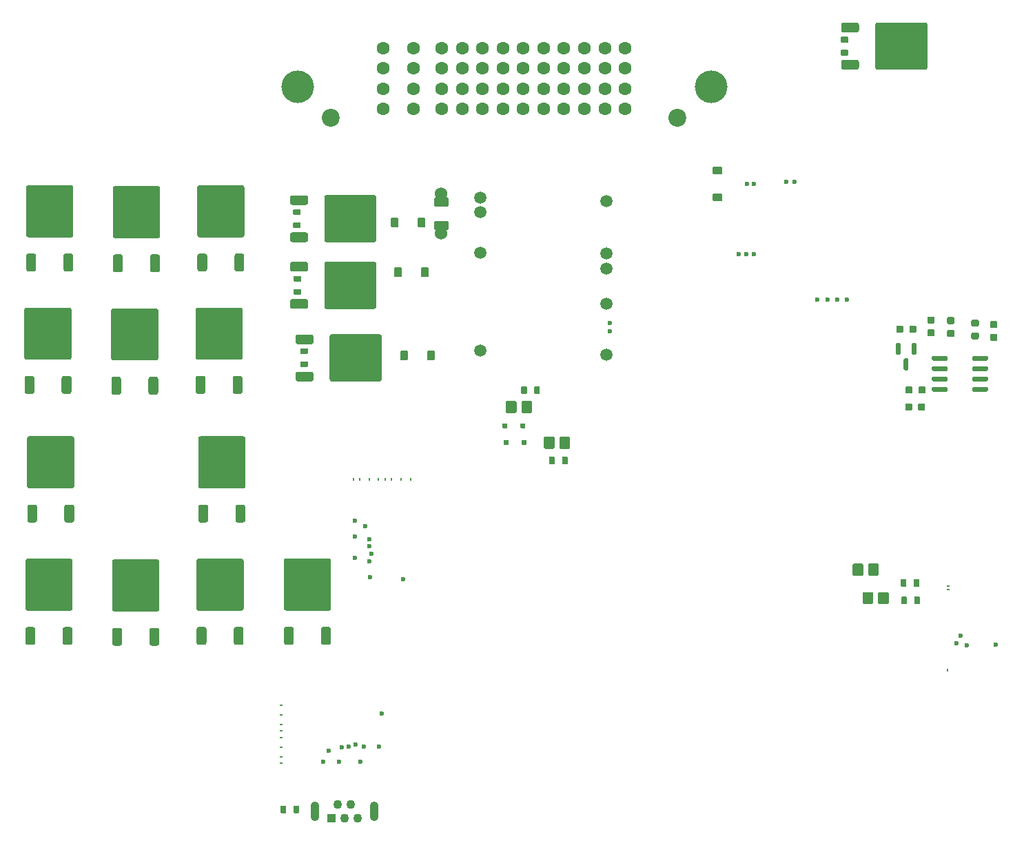
<source format=gts>
G04 #@! TF.GenerationSoftware,KiCad,Pcbnew,8.0.9-8.0.9-0~ubuntu24.04.1*
G04 #@! TF.CreationDate,2026-02-09T21:46:22+00:00*
G04 #@! TF.ProjectId,greenecu48,67726565-6e65-4637-9534-382e6b696361,rev?*
G04 #@! TF.SameCoordinates,Original*
G04 #@! TF.FileFunction,Soldermask,Top*
G04 #@! TF.FilePolarity,Negative*
%FSLAX46Y46*%
G04 Gerber Fmt 4.6, Leading zero omitted, Abs format (unit mm)*
G04 Created by KiCad (PCBNEW 8.0.9-8.0.9-0~ubuntu24.04.1) date 2026-02-09 21:46:22*
%MOMM*%
%LPD*%
G01*
G04 APERTURE LIST*
%ADD10O,0.399999X0.200000*%
%ADD11C,0.600000*%
%ADD12R,1.100000X1.100000*%
%ADD13C,1.100000*%
%ADD14O,1.100000X2.400000*%
%ADD15C,4.000000*%
%ADD16C,2.200000*%
%ADD17C,1.600000*%
%ADD18O,0.200000X0.399999*%
%ADD19C,0.599999*%
%ADD20C,1.500000*%
%ADD21C,1.524000*%
%ADD22O,0.250000X0.499999*%
%ADD23O,0.499999X0.250000*%
G04 APERTURE END LIST*
G04 #@! TO.C,Q906*
G36*
G01*
X6008279Y60923000D02*
X5308279Y60923000D01*
G75*
G02*
X5058279Y61173000I0J250000D01*
G01*
X5058279Y62873000D01*
G75*
G02*
X5308279Y63123000I250000J0D01*
G01*
X6008279Y63123000D01*
G75*
G02*
X6258279Y62873000I0J-250000D01*
G01*
X6258279Y61173000D01*
G75*
G02*
X6008279Y60923000I-250000J0D01*
G01*
G37*
G36*
G01*
X10588282Y65123000D02*
X5288276Y65123000D01*
G75*
G02*
X5038279Y65372997I0J249997D01*
G01*
X5038279Y71273003D01*
G75*
G02*
X5288276Y71523000I249997J0D01*
G01*
X10588282Y71523000D01*
G75*
G02*
X10838279Y71273003I0J-249997D01*
G01*
X10838279Y65372997D01*
G75*
G02*
X10588282Y65123000I-249997J0D01*
G01*
G37*
G36*
G01*
X10568279Y60923000D02*
X9868279Y60923000D01*
G75*
G02*
X9618279Y61173000I0J250000D01*
G01*
X9618279Y62873000D01*
G75*
G02*
X9868279Y63123000I250000J0D01*
G01*
X10568279Y63123000D01*
G75*
G02*
X10818279Y62873000I0J-250000D01*
G01*
X10818279Y61173000D01*
G75*
G02*
X10568279Y60923000I-250000J0D01*
G01*
G37*
G04 #@! TD*
G04 #@! TO.C,Q903*
G36*
G01*
X16880000Y75870000D02*
X16180000Y75870000D01*
G75*
G02*
X15930000Y76120000I0J250000D01*
G01*
X15930000Y77820000D01*
G75*
G02*
X16180000Y78070000I250000J0D01*
G01*
X16880000Y78070000D01*
G75*
G02*
X17130000Y77820000I0J-250000D01*
G01*
X17130000Y76120000D01*
G75*
G02*
X16880000Y75870000I-250000J0D01*
G01*
G37*
G36*
G01*
X21460003Y80070000D02*
X16159997Y80070000D01*
G75*
G02*
X15910000Y80319997I0J249997D01*
G01*
X15910000Y86220003D01*
G75*
G02*
X16159997Y86470000I249997J0D01*
G01*
X21460003Y86470000D01*
G75*
G02*
X21710000Y86220003I0J-249997D01*
G01*
X21710000Y80319997D01*
G75*
G02*
X21460003Y80070000I-249997J0D01*
G01*
G37*
G36*
G01*
X21440000Y75870000D02*
X20740000Y75870000D01*
G75*
G02*
X20490000Y76120000I0J250000D01*
G01*
X20490000Y77820000D01*
G75*
G02*
X20740000Y78070000I250000J0D01*
G01*
X21440000Y78070000D01*
G75*
G02*
X21690000Y77820000I0J-250000D01*
G01*
X21690000Y76120000D01*
G75*
G02*
X21440000Y75870000I-250000J0D01*
G01*
G37*
G04 #@! TD*
G04 #@! TO.C,Q901*
G36*
G01*
X6130000Y30060000D02*
X5430000Y30060000D01*
G75*
G02*
X5180000Y30310000I0J250000D01*
G01*
X5180000Y32010000D01*
G75*
G02*
X5430000Y32260000I250000J0D01*
G01*
X6130000Y32260000D01*
G75*
G02*
X6380000Y32010000I0J-250000D01*
G01*
X6380000Y30310000D01*
G75*
G02*
X6130000Y30060000I-250000J0D01*
G01*
G37*
G36*
G01*
X10710003Y34260000D02*
X5409997Y34260000D01*
G75*
G02*
X5160000Y34509997I0J249997D01*
G01*
X5160000Y40410003D01*
G75*
G02*
X5409997Y40660000I249997J0D01*
G01*
X10710003Y40660000D01*
G75*
G02*
X10960000Y40410003I0J-249997D01*
G01*
X10960000Y34509997D01*
G75*
G02*
X10710003Y34260000I-249997J0D01*
G01*
G37*
G36*
G01*
X10690000Y30060000D02*
X9990000Y30060000D01*
G75*
G02*
X9740000Y30310000I0J250000D01*
G01*
X9740000Y32010000D01*
G75*
G02*
X9990000Y32260000I250000J0D01*
G01*
X10690000Y32260000D01*
G75*
G02*
X10940000Y32010000I0J-250000D01*
G01*
X10940000Y30310000D01*
G75*
G02*
X10690000Y30060000I-250000J0D01*
G01*
G37*
G04 #@! TD*
G04 #@! TO.C,Q902*
G36*
G01*
X6220000Y75970000D02*
X5520000Y75970000D01*
G75*
G02*
X5270000Y76220000I0J250000D01*
G01*
X5270000Y77920000D01*
G75*
G02*
X5520000Y78170000I250000J0D01*
G01*
X6220000Y78170000D01*
G75*
G02*
X6470000Y77920000I0J-250000D01*
G01*
X6470000Y76220000D01*
G75*
G02*
X6220000Y75970000I-250000J0D01*
G01*
G37*
G36*
G01*
X10800003Y80170000D02*
X5499997Y80170000D01*
G75*
G02*
X5250000Y80419997I0J249997D01*
G01*
X5250000Y86320003D01*
G75*
G02*
X5499997Y86570000I249997J0D01*
G01*
X10800003Y86570000D01*
G75*
G02*
X11050000Y86320003I0J-249997D01*
G01*
X11050000Y80419997D01*
G75*
G02*
X10800003Y80170000I-249997J0D01*
G01*
G37*
G36*
G01*
X10780000Y75970000D02*
X10080000Y75970000D01*
G75*
G02*
X9830000Y76220000I0J250000D01*
G01*
X9830000Y77920000D01*
G75*
G02*
X10080000Y78170000I250000J0D01*
G01*
X10780000Y78170000D01*
G75*
G02*
X11030000Y77920000I0J-250000D01*
G01*
X11030000Y76220000D01*
G75*
G02*
X10780000Y75970000I-250000J0D01*
G01*
G37*
G04 #@! TD*
G04 #@! TO.C,R13*
G36*
G01*
X68373000Y61765548D02*
X68373000Y60985548D01*
G75*
G02*
X68303000Y60915548I-70000J0D01*
G01*
X67743000Y60915548D01*
G75*
G02*
X67673000Y60985548I0J70000D01*
G01*
X67673000Y61765548D01*
G75*
G02*
X67743000Y61835548I70000J0D01*
G01*
X68303000Y61835548D01*
G75*
G02*
X68373000Y61765548I0J-70000D01*
G01*
G37*
G36*
G01*
X66773000Y61765548D02*
X66773000Y60985548D01*
G75*
G02*
X66703000Y60915548I-70000J0D01*
G01*
X66143000Y60915548D01*
G75*
G02*
X66073000Y60985548I0J70000D01*
G01*
X66073000Y61765548D01*
G75*
G02*
X66143000Y61835548I70000J0D01*
G01*
X66703000Y61835548D01*
G75*
G02*
X66773000Y61765548I0J-70000D01*
G01*
G37*
G04 #@! TD*
G04 #@! TO.C,D11*
G36*
G01*
X65510074Y59928547D02*
X65510074Y58688547D01*
G75*
G02*
X65380074Y58558547I-130000J0D01*
G01*
X64340074Y58558547D01*
G75*
G02*
X64210074Y58688547I0J130000D01*
G01*
X64210074Y59928547D01*
G75*
G02*
X64340074Y60058547I130000J0D01*
G01*
X65380074Y60058547D01*
G75*
G02*
X65510074Y59928547I0J-130000D01*
G01*
G37*
G36*
G01*
X67410095Y59928547D02*
X67410095Y58688547D01*
G75*
G02*
X67280095Y58558547I-130000J0D01*
G01*
X66240095Y58558547D01*
G75*
G02*
X66110095Y58688547I0J130000D01*
G01*
X66110095Y59928547D01*
G75*
G02*
X66240095Y60058547I130000J0D01*
G01*
X67280095Y60058547D01*
G75*
G02*
X67410095Y59928547I0J-130000D01*
G01*
G37*
G04 #@! TD*
G04 #@! TO.C,R14*
G36*
G01*
X69496000Y52330476D02*
X69496000Y53110476D01*
G75*
G02*
X69566000Y53180476I70000J0D01*
G01*
X70126000Y53180476D01*
G75*
G02*
X70196000Y53110476I0J-70000D01*
G01*
X70196000Y52330476D01*
G75*
G02*
X70126000Y52260476I-70000J0D01*
G01*
X69566000Y52260476D01*
G75*
G02*
X69496000Y52330476I0J70000D01*
G01*
G37*
G36*
G01*
X71096000Y52330476D02*
X71096000Y53110476D01*
G75*
G02*
X71166000Y53180476I70000J0D01*
G01*
X71726000Y53180476D01*
G75*
G02*
X71796000Y53110476I0J-70000D01*
G01*
X71796000Y52330476D01*
G75*
G02*
X71726000Y52260476I-70000J0D01*
G01*
X71166000Y52260476D01*
G75*
G02*
X71096000Y52330476I0J70000D01*
G01*
G37*
G04 #@! TD*
D10*
G04 #@! TO.C,M4*
X36624398Y15566054D03*
X36624398Y16326033D03*
X36624398Y17501026D03*
X36624398Y18676013D03*
X36624398Y19515925D03*
X36624398Y20265997D03*
X36624398Y21441008D03*
X36624398Y22616005D03*
D11*
X46724005Y17576002D03*
X46298997Y15740992D03*
X45749000Y17791000D03*
X44874041Y17576005D03*
X44024018Y17500998D03*
X43699002Y15740992D03*
X42399035Y17050992D03*
X41749018Y15740992D03*
X48924021Y21666007D03*
X48624019Y17591001D03*
G04 #@! TD*
G04 #@! TO.C,D4*
G36*
G01*
X54278000Y82489000D02*
X54278000Y81469000D01*
G75*
G02*
X54188000Y81379000I-90000J0D01*
G01*
X53468000Y81379000D01*
G75*
G02*
X53378000Y81469000I0J90000D01*
G01*
X53378000Y82489000D01*
G75*
G02*
X53468000Y82579000I90000J0D01*
G01*
X54188000Y82579000D01*
G75*
G02*
X54278000Y82489000I0J-90000D01*
G01*
G37*
G36*
G01*
X50978000Y82489000D02*
X50978000Y81469000D01*
G75*
G02*
X50888000Y81379000I-90000J0D01*
G01*
X50168000Y81379000D01*
G75*
G02*
X50078000Y81469000I0J90000D01*
G01*
X50078000Y82489000D01*
G75*
G02*
X50168000Y82579000I90000J0D01*
G01*
X50888000Y82579000D01*
G75*
G02*
X50978000Y82489000I0J-90000D01*
G01*
G37*
G04 #@! TD*
G04 #@! TO.C,C2*
G36*
G01*
X114610001Y69209993D02*
X114610001Y68529993D01*
G75*
G02*
X114525001Y68444993I-85000J0D01*
G01*
X113845001Y68444993D01*
G75*
G02*
X113760001Y68529993I0J85000D01*
G01*
X113760001Y69209993D01*
G75*
G02*
X113845001Y69294993I85000J0D01*
G01*
X114525001Y69294993D01*
G75*
G02*
X114610001Y69209993I0J-85000D01*
G01*
G37*
G36*
G01*
X113029999Y69209993D02*
X113029999Y68529993D01*
G75*
G02*
X112944999Y68444993I-85000J0D01*
G01*
X112264999Y68444993D01*
G75*
G02*
X112179999Y68529993I0J85000D01*
G01*
X112179999Y69209993D01*
G75*
G02*
X112264999Y69294993I85000J0D01*
G01*
X112944999Y69294993D01*
G75*
G02*
X113029999Y69209993I0J-85000D01*
G01*
G37*
G04 #@! TD*
G04 #@! TO.C,M2*
X103690784Y72549758D03*
X102490784Y72549758D03*
X104890784Y72549758D03*
X106090784Y72549758D03*
X99630784Y86974758D03*
X98630784Y86974758D03*
G04 #@! TD*
G04 #@! TO.C,Q9*
G36*
G01*
X37686000Y84389000D02*
X37686000Y85089000D01*
G75*
G02*
X37936000Y85339000I250000J0D01*
G01*
X39636000Y85339000D01*
G75*
G02*
X39886000Y85089000I0J-250000D01*
G01*
X39886000Y84389000D01*
G75*
G02*
X39636000Y84139000I-250000J0D01*
G01*
X37936000Y84139000D01*
G75*
G02*
X37686000Y84389000I0J250000D01*
G01*
G37*
G36*
G01*
X41886000Y79808997D02*
X41886000Y85109003D01*
G75*
G02*
X42135997Y85359000I249997J0D01*
G01*
X48036003Y85359000D01*
G75*
G02*
X48286000Y85109003I0J-249997D01*
G01*
X48286000Y79808997D01*
G75*
G02*
X48036003Y79559000I-249997J0D01*
G01*
X42135997Y79559000D01*
G75*
G02*
X41886000Y79808997I0J249997D01*
G01*
G37*
G36*
G01*
X37686000Y79829000D02*
X37686000Y80529000D01*
G75*
G02*
X37936000Y80779000I250000J0D01*
G01*
X39636000Y80779000D01*
G75*
G02*
X39886000Y80529000I0J-250000D01*
G01*
X39886000Y79829000D01*
G75*
G02*
X39636000Y79579000I-250000J0D01*
G01*
X37936000Y79579000D01*
G75*
G02*
X37686000Y79829000I0J250000D01*
G01*
G37*
G04 #@! TD*
G04 #@! TO.C,D14*
G36*
G01*
X109325884Y36439000D02*
X109325884Y35199000D01*
G75*
G02*
X109195884Y35069000I-130000J0D01*
G01*
X108155884Y35069000D01*
G75*
G02*
X108025884Y35199000I0J130000D01*
G01*
X108025884Y36439000D01*
G75*
G02*
X108155884Y36569000I130000J0D01*
G01*
X109195884Y36569000D01*
G75*
G02*
X109325884Y36439000I0J-130000D01*
G01*
G37*
G36*
G01*
X111225905Y36439000D02*
X111225905Y35199000D01*
G75*
G02*
X111095905Y35069000I-130000J0D01*
G01*
X110055905Y35069000D01*
G75*
G02*
X109925905Y35199000I0J130000D01*
G01*
X109925905Y36439000D01*
G75*
G02*
X110055905Y36569000I130000J0D01*
G01*
X111095905Y36569000D01*
G75*
G02*
X111225905Y36439000I0J-130000D01*
G01*
G37*
G04 #@! TD*
G04 #@! TO.C,R12*
G36*
G01*
X38133928Y83603000D02*
X38913928Y83603000D01*
G75*
G02*
X38983928Y83533000I0J-70000D01*
G01*
X38983928Y82973000D01*
G75*
G02*
X38913928Y82903000I-70000J0D01*
G01*
X38133928Y82903000D01*
G75*
G02*
X38063928Y82973000I0J70000D01*
G01*
X38063928Y83533000D01*
G75*
G02*
X38133928Y83603000I70000J0D01*
G01*
G37*
G36*
G01*
X38133928Y82003000D02*
X38913928Y82003000D01*
G75*
G02*
X38983928Y81933000I0J-70000D01*
G01*
X38983928Y81373000D01*
G75*
G02*
X38913928Y81303000I-70000J0D01*
G01*
X38133928Y81303000D01*
G75*
G02*
X38063928Y81373000I0J70000D01*
G01*
X38063928Y81933000D01*
G75*
G02*
X38133928Y82003000I70000J0D01*
G01*
G37*
G04 #@! TD*
G04 #@! TO.C,R19*
G36*
G01*
X39009928Y66521000D02*
X39789928Y66521000D01*
G75*
G02*
X39859928Y66451000I0J-70000D01*
G01*
X39859928Y65891000D01*
G75*
G02*
X39789928Y65821000I-70000J0D01*
G01*
X39009928Y65821000D01*
G75*
G02*
X38939928Y65891000I0J70000D01*
G01*
X38939928Y66451000D01*
G75*
G02*
X39009928Y66521000I70000J0D01*
G01*
G37*
G36*
G01*
X39009928Y64921000D02*
X39789928Y64921000D01*
G75*
G02*
X39859928Y64851000I0J-70000D01*
G01*
X39859928Y64291000D01*
G75*
G02*
X39789928Y64221000I-70000J0D01*
G01*
X39009928Y64221000D01*
G75*
G02*
X38939928Y64291000I0J70000D01*
G01*
X38939928Y64851000D01*
G75*
G02*
X39009928Y64921000I70000J0D01*
G01*
G37*
G04 #@! TD*
G04 #@! TO.C,R11*
G36*
G01*
X38190928Y75422000D02*
X38970928Y75422000D01*
G75*
G02*
X39040928Y75352000I0J-70000D01*
G01*
X39040928Y74792000D01*
G75*
G02*
X38970928Y74722000I-70000J0D01*
G01*
X38190928Y74722000D01*
G75*
G02*
X38120928Y74792000I0J70000D01*
G01*
X38120928Y75352000D01*
G75*
G02*
X38190928Y75422000I70000J0D01*
G01*
G37*
G36*
G01*
X38190928Y73822000D02*
X38970928Y73822000D01*
G75*
G02*
X39040928Y73752000I0J-70000D01*
G01*
X39040928Y73192000D01*
G75*
G02*
X38970928Y73122000I-70000J0D01*
G01*
X38190928Y73122000D01*
G75*
G02*
X38120928Y73192000I0J70000D01*
G01*
X38120928Y73752000D01*
G75*
G02*
X38190928Y73822000I70000J0D01*
G01*
G37*
G04 #@! TD*
G04 #@! TO.C,Q14*
G36*
G01*
X37686000Y76194000D02*
X37686000Y76894000D01*
G75*
G02*
X37936000Y77144000I250000J0D01*
G01*
X39636000Y77144000D01*
G75*
G02*
X39886000Y76894000I0J-250000D01*
G01*
X39886000Y76194000D01*
G75*
G02*
X39636000Y75944000I-250000J0D01*
G01*
X37936000Y75944000D01*
G75*
G02*
X37686000Y76194000I0J250000D01*
G01*
G37*
G36*
G01*
X41886000Y71613997D02*
X41886000Y76914003D01*
G75*
G02*
X42135997Y77164000I249997J0D01*
G01*
X48036003Y77164000D01*
G75*
G02*
X48286000Y76914003I0J-249997D01*
G01*
X48286000Y71613997D01*
G75*
G02*
X48036003Y71364000I-249997J0D01*
G01*
X42135997Y71364000D01*
G75*
G02*
X41886000Y71613997I0J249997D01*
G01*
G37*
G36*
G01*
X37686000Y71634000D02*
X37686000Y72334000D01*
G75*
G02*
X37936000Y72584000I250000J0D01*
G01*
X39636000Y72584000D01*
G75*
G02*
X39886000Y72334000I0J-250000D01*
G01*
X39886000Y71634000D01*
G75*
G02*
X39636000Y71384000I-250000J0D01*
G01*
X37936000Y71384000D01*
G75*
G02*
X37686000Y71634000I0J250000D01*
G01*
G37*
G04 #@! TD*
D12*
G04 #@! TO.C,J4*
X42758000Y8728000D03*
D13*
X43558000Y10478000D03*
X44358000Y8728000D03*
X45158000Y10478000D03*
X45958000Y8728000D03*
D14*
X40708000Y9603000D03*
X48008000Y9603000D03*
G04 #@! TD*
D11*
G04 #@! TO.C,M3*
X94680000Y78059000D03*
X93730000Y78059000D03*
X92780002Y78059000D03*
X93780000Y86759000D03*
X94680000Y86759000D03*
G04 #@! TD*
G04 #@! TO.C,D5*
G36*
G01*
X54697000Y76381000D02*
X54697000Y75361000D01*
G75*
G02*
X54607000Y75271000I-90000J0D01*
G01*
X53887000Y75271000D01*
G75*
G02*
X53797000Y75361000I0J90000D01*
G01*
X53797000Y76381000D01*
G75*
G02*
X53887000Y76471000I90000J0D01*
G01*
X54607000Y76471000D01*
G75*
G02*
X54697000Y76381000I0J-90000D01*
G01*
G37*
G36*
G01*
X51397000Y76381000D02*
X51397000Y75361000D01*
G75*
G02*
X51307000Y75271000I-90000J0D01*
G01*
X50587000Y75271000D01*
G75*
G02*
X50497000Y75361000I0J90000D01*
G01*
X50497000Y76381000D01*
G75*
G02*
X50587000Y76471000I90000J0D01*
G01*
X51307000Y76471000D01*
G75*
G02*
X51397000Y76381000I0J-90000D01*
G01*
G37*
G04 #@! TD*
G04 #@! TO.C,U2*
G36*
G01*
X116523000Y65139000D02*
X116523000Y65439000D01*
G75*
G02*
X116673000Y65589000I150000J0D01*
G01*
X118323000Y65589000D01*
G75*
G02*
X118473000Y65439000I0J-150000D01*
G01*
X118473000Y65139000D01*
G75*
G02*
X118323000Y64989000I-150000J0D01*
G01*
X116673000Y64989000D01*
G75*
G02*
X116523000Y65139000I0J150000D01*
G01*
G37*
G36*
G01*
X116523000Y63869000D02*
X116523000Y64169000D01*
G75*
G02*
X116673000Y64319000I150000J0D01*
G01*
X118323000Y64319000D01*
G75*
G02*
X118473000Y64169000I0J-150000D01*
G01*
X118473000Y63869000D01*
G75*
G02*
X118323000Y63719000I-150000J0D01*
G01*
X116673000Y63719000D01*
G75*
G02*
X116523000Y63869000I0J150000D01*
G01*
G37*
G36*
G01*
X116523000Y62599000D02*
X116523000Y62899000D01*
G75*
G02*
X116673000Y63049000I150000J0D01*
G01*
X118323000Y63049000D01*
G75*
G02*
X118473000Y62899000I0J-150000D01*
G01*
X118473000Y62599000D01*
G75*
G02*
X118323000Y62449000I-150000J0D01*
G01*
X116673000Y62449000D01*
G75*
G02*
X116523000Y62599000I0J150000D01*
G01*
G37*
G36*
G01*
X116523000Y61329000D02*
X116523000Y61629000D01*
G75*
G02*
X116673000Y61779000I150000J0D01*
G01*
X118323000Y61779000D01*
G75*
G02*
X118473000Y61629000I0J-150000D01*
G01*
X118473000Y61329000D01*
G75*
G02*
X118323000Y61179000I-150000J0D01*
G01*
X116673000Y61179000D01*
G75*
G02*
X116523000Y61329000I0J150000D01*
G01*
G37*
G36*
G01*
X121473000Y61329000D02*
X121473000Y61629000D01*
G75*
G02*
X121623000Y61779000I150000J0D01*
G01*
X123273000Y61779000D01*
G75*
G02*
X123423000Y61629000I0J-150000D01*
G01*
X123423000Y61329000D01*
G75*
G02*
X123273000Y61179000I-150000J0D01*
G01*
X121623000Y61179000D01*
G75*
G02*
X121473000Y61329000I0J150000D01*
G01*
G37*
G36*
G01*
X121473000Y62599000D02*
X121473000Y62899000D01*
G75*
G02*
X121623000Y63049000I150000J0D01*
G01*
X123273000Y63049000D01*
G75*
G02*
X123423000Y62899000I0J-150000D01*
G01*
X123423000Y62599000D01*
G75*
G02*
X123273000Y62449000I-150000J0D01*
G01*
X121623000Y62449000D01*
G75*
G02*
X121473000Y62599000I0J150000D01*
G01*
G37*
G36*
G01*
X121473000Y63869000D02*
X121473000Y64169000D01*
G75*
G02*
X121623000Y64319000I150000J0D01*
G01*
X123273000Y64319000D01*
G75*
G02*
X123423000Y64169000I0J-150000D01*
G01*
X123423000Y63869000D01*
G75*
G02*
X123273000Y63719000I-150000J0D01*
G01*
X121623000Y63719000D01*
G75*
G02*
X121473000Y63869000I0J150000D01*
G01*
G37*
G36*
G01*
X121473000Y65139000D02*
X121473000Y65439000D01*
G75*
G02*
X121623000Y65589000I150000J0D01*
G01*
X123273000Y65589000D01*
G75*
G02*
X123423000Y65439000I0J-150000D01*
G01*
X123423000Y65139000D01*
G75*
G02*
X123273000Y64989000I-150000J0D01*
G01*
X121623000Y64989000D01*
G75*
G02*
X121473000Y65139000I0J150000D01*
G01*
G37*
G04 #@! TD*
G04 #@! TO.C,R15*
G36*
G01*
X112712000Y37285928D02*
X112712000Y38065928D01*
G75*
G02*
X112782000Y38135928I70000J0D01*
G01*
X113342000Y38135928D01*
G75*
G02*
X113412000Y38065928I0J-70000D01*
G01*
X113412000Y37285928D01*
G75*
G02*
X113342000Y37215928I-70000J0D01*
G01*
X112782000Y37215928D01*
G75*
G02*
X112712000Y37285928I0J70000D01*
G01*
G37*
G36*
G01*
X114312000Y37285928D02*
X114312000Y38065928D01*
G75*
G02*
X114382000Y38135928I70000J0D01*
G01*
X114942000Y38135928D01*
G75*
G02*
X115012000Y38065928I0J-70000D01*
G01*
X115012000Y37285928D01*
G75*
G02*
X114942000Y37215928I-70000J0D01*
G01*
X114382000Y37215928D01*
G75*
G02*
X114312000Y37285928I0J70000D01*
G01*
G37*
G04 #@! TD*
D15*
G04 #@! TO.C,U1*
X38587601Y98705401D03*
D16*
X42687601Y94855401D03*
X85287601Y94855401D03*
D15*
X89387601Y98705401D03*
D17*
X49137601Y103455401D03*
X49137601Y100955401D03*
X49137601Y98455401D03*
X49137601Y95955401D03*
X52837601Y103455401D03*
X52837601Y100955401D03*
X52837601Y98455401D03*
X52837601Y95955401D03*
X56337601Y103455401D03*
X56337601Y100955401D03*
X56337601Y98455401D03*
X56337601Y95955401D03*
X58837601Y103455401D03*
X58837601Y100955401D03*
X58837601Y98455401D03*
X58837601Y95955401D03*
X61337601Y103455401D03*
X61337601Y100955401D03*
X61337601Y98455401D03*
X61337601Y95955401D03*
X63837601Y103455401D03*
X63837601Y100955401D03*
X63837601Y98455401D03*
X63837601Y95955401D03*
X66337601Y103455401D03*
X66337601Y100955401D03*
X66337601Y98455401D03*
X66337601Y95955401D03*
X68837601Y103455401D03*
X68837601Y100955401D03*
X68837601Y98455401D03*
X68837601Y95955401D03*
X71337601Y103455401D03*
X71337601Y100955401D03*
X71337601Y98455401D03*
X71337601Y95955401D03*
X73837601Y103455401D03*
X73837601Y100955401D03*
X73837601Y98455401D03*
X73837601Y95955401D03*
X76337601Y103455401D03*
X76337601Y100955401D03*
X76337601Y98455401D03*
X76337601Y95955401D03*
X78837601Y103455401D03*
X78837601Y100955401D03*
X78837601Y98455401D03*
X78837601Y95955401D03*
G04 #@! TD*
G04 #@! TO.C,D3*
G36*
G01*
X55441000Y66149000D02*
X55441000Y65129000D01*
G75*
G02*
X55351000Y65039000I-90000J0D01*
G01*
X54631000Y65039000D01*
G75*
G02*
X54541000Y65129000I0J90000D01*
G01*
X54541000Y66149000D01*
G75*
G02*
X54631000Y66239000I90000J0D01*
G01*
X55351000Y66239000D01*
G75*
G02*
X55441000Y66149000I0J-90000D01*
G01*
G37*
G36*
G01*
X52141000Y66149000D02*
X52141000Y65129000D01*
G75*
G02*
X52051000Y65039000I-90000J0D01*
G01*
X51331000Y65039000D01*
G75*
G02*
X51241000Y65129000I0J90000D01*
G01*
X51241000Y66149000D01*
G75*
G02*
X51331000Y66239000I90000J0D01*
G01*
X52051000Y66239000D01*
G75*
G02*
X52141000Y66149000I0J-90000D01*
G01*
G37*
G04 #@! TD*
G04 #@! TO.C,Q11*
G36*
G01*
X38353000Y67268000D02*
X38353000Y67968000D01*
G75*
G02*
X38603000Y68218000I250000J0D01*
G01*
X40303000Y68218000D01*
G75*
G02*
X40553000Y67968000I0J-250000D01*
G01*
X40553000Y67268000D01*
G75*
G02*
X40303000Y67018000I-250000J0D01*
G01*
X38603000Y67018000D01*
G75*
G02*
X38353000Y67268000I0J250000D01*
G01*
G37*
G36*
G01*
X42553000Y62687997D02*
X42553000Y67988003D01*
G75*
G02*
X42802997Y68238000I249997J0D01*
G01*
X48703003Y68238000D01*
G75*
G02*
X48953000Y67988003I0J-249997D01*
G01*
X48953000Y62687997D01*
G75*
G02*
X48703003Y62438000I-249997J0D01*
G01*
X42802997Y62438000D01*
G75*
G02*
X42553000Y62687997I0J249997D01*
G01*
G37*
G36*
G01*
X38353000Y62708000D02*
X38353000Y63408000D01*
G75*
G02*
X38603000Y63658000I250000J0D01*
G01*
X40303000Y63658000D01*
G75*
G02*
X40553000Y63408000I0J-250000D01*
G01*
X40553000Y62708000D01*
G75*
G02*
X40303000Y62458000I-250000J0D01*
G01*
X38603000Y62458000D01*
G75*
G02*
X38353000Y62708000I0J250000D01*
G01*
G37*
G04 #@! TD*
D18*
G04 #@! TO.C,M7*
X45450052Y50431622D03*
X46210031Y50431622D03*
X47385024Y50431622D03*
X48560011Y50431622D03*
X49399923Y50431622D03*
X50149995Y50431622D03*
X51325006Y50431622D03*
X52500003Y50431622D03*
D19*
X47460000Y40332015D03*
X45624990Y40757023D03*
X47674998Y41307020D03*
X47460003Y42181979D03*
X47384996Y43032002D03*
X45624990Y43357018D03*
X46934990Y44656985D03*
X45624990Y45307002D03*
X51550005Y38131999D03*
X47474999Y38432001D03*
G04 #@! TD*
G04 #@! TO.C,D9*
G36*
G01*
X63847000Y57308548D02*
X64327000Y57308548D01*
G75*
G02*
X64387000Y57248548I0J-60000D01*
G01*
X64387000Y56768548D01*
G75*
G02*
X64327000Y56708548I-60000J0D01*
G01*
X63847000Y56708548D01*
G75*
G02*
X63787000Y56768548I0J60000D01*
G01*
X63787000Y57248548D01*
G75*
G02*
X63847000Y57308548I60000J0D01*
G01*
G37*
G36*
G01*
X66047000Y57308548D02*
X66527000Y57308548D01*
G75*
G02*
X66587000Y57248548I0J-60000D01*
G01*
X66587000Y56768548D01*
G75*
G02*
X66527000Y56708548I-60000J0D01*
G01*
X66047000Y56708548D01*
G75*
G02*
X65987000Y56768548I0J60000D01*
G01*
X65987000Y57248548D01*
G75*
G02*
X66047000Y57308548I60000J0D01*
G01*
G37*
G04 #@! TD*
G04 #@! TO.C,D13*
G36*
G01*
X108114979Y39924000D02*
X108114979Y38684000D01*
G75*
G02*
X107984979Y38554000I-130000J0D01*
G01*
X106944979Y38554000D01*
G75*
G02*
X106814979Y38684000I0J130000D01*
G01*
X106814979Y39924000D01*
G75*
G02*
X106944979Y40054000I130000J0D01*
G01*
X107984979Y40054000D01*
G75*
G02*
X108114979Y39924000I0J-130000D01*
G01*
G37*
G36*
G01*
X110015000Y39924000D02*
X110015000Y38684000D01*
G75*
G02*
X109885000Y38554000I-130000J0D01*
G01*
X108845000Y38554000D01*
G75*
G02*
X108715000Y38684000I0J130000D01*
G01*
X108715000Y39924000D01*
G75*
G02*
X108845000Y40054000I130000J0D01*
G01*
X109885000Y40054000D01*
G75*
G02*
X110015000Y39924000I0J-130000D01*
G01*
G37*
G04 #@! TD*
G04 #@! TO.C,Q916*
G36*
G01*
X37880000Y30080000D02*
X37180000Y30080000D01*
G75*
G02*
X36930000Y30330000I0J250000D01*
G01*
X36930000Y32030000D01*
G75*
G02*
X37180000Y32280000I250000J0D01*
G01*
X37880000Y32280000D01*
G75*
G02*
X38130000Y32030000I0J-250000D01*
G01*
X38130000Y30330000D01*
G75*
G02*
X37880000Y30080000I-250000J0D01*
G01*
G37*
G36*
G01*
X42460003Y34280000D02*
X37159997Y34280000D01*
G75*
G02*
X36910000Y34529997I0J249997D01*
G01*
X36910000Y40430003D01*
G75*
G02*
X37159997Y40680000I249997J0D01*
G01*
X42460003Y40680000D01*
G75*
G02*
X42710000Y40430003I0J-249997D01*
G01*
X42710000Y34529997D01*
G75*
G02*
X42460003Y34280000I-249997J0D01*
G01*
G37*
G36*
G01*
X42440000Y30080000D02*
X41740000Y30080000D01*
G75*
G02*
X41490000Y30330000I0J250000D01*
G01*
X41490000Y32030000D01*
G75*
G02*
X41740000Y32280000I250000J0D01*
G01*
X42440000Y32280000D01*
G75*
G02*
X42690000Y32030000I0J-250000D01*
G01*
X42690000Y30330000D01*
G75*
G02*
X42440000Y30080000I-250000J0D01*
G01*
G37*
G04 #@! TD*
G04 #@! TO.C,Q904*
G36*
G01*
X6341721Y45107000D02*
X5641721Y45107000D01*
G75*
G02*
X5391721Y45357000I0J250000D01*
G01*
X5391721Y47057000D01*
G75*
G02*
X5641721Y47307000I250000J0D01*
G01*
X6341721Y47307000D01*
G75*
G02*
X6591721Y47057000I0J-250000D01*
G01*
X6591721Y45357000D01*
G75*
G02*
X6341721Y45107000I-250000J0D01*
G01*
G37*
G36*
G01*
X10921724Y49307000D02*
X5621718Y49307000D01*
G75*
G02*
X5371721Y49556997I0J249997D01*
G01*
X5371721Y55457003D01*
G75*
G02*
X5621718Y55707000I249997J0D01*
G01*
X10921724Y55707000D01*
G75*
G02*
X11171721Y55457003I0J-249997D01*
G01*
X11171721Y49556997D01*
G75*
G02*
X10921724Y49307000I-249997J0D01*
G01*
G37*
G36*
G01*
X10901721Y45107000D02*
X10201721Y45107000D01*
G75*
G02*
X9951721Y45357000I0J250000D01*
G01*
X9951721Y47057000D01*
G75*
G02*
X10201721Y47307000I250000J0D01*
G01*
X10901721Y47307000D01*
G75*
G02*
X11151721Y47057000I0J-250000D01*
G01*
X11151721Y45357000D01*
G75*
G02*
X10901721Y45107000I-250000J0D01*
G01*
G37*
G04 #@! TD*
G04 #@! TO.C,D12*
G36*
G01*
X70160884Y55545548D02*
X70160884Y54305548D01*
G75*
G02*
X70030884Y54175548I-130000J0D01*
G01*
X68990884Y54175548D01*
G75*
G02*
X68860884Y54305548I0J130000D01*
G01*
X68860884Y55545548D01*
G75*
G02*
X68990884Y55675548I130000J0D01*
G01*
X70030884Y55675548D01*
G75*
G02*
X70160884Y55545548I0J-130000D01*
G01*
G37*
G36*
G01*
X72060905Y55545548D02*
X72060905Y54305548D01*
G75*
G02*
X71930905Y54175548I-130000J0D01*
G01*
X70890905Y54175548D01*
G75*
G02*
X70760905Y54305548I0J130000D01*
G01*
X70760905Y55545548D01*
G75*
G02*
X70890905Y55675548I130000J0D01*
G01*
X71930905Y55675548D01*
G75*
G02*
X72060905Y55545548I0J-130000D01*
G01*
G37*
G04 #@! TD*
G04 #@! TO.C,C3*
G36*
G01*
X116105000Y70431001D02*
X116785000Y70431001D01*
G75*
G02*
X116870000Y70346001I0J-85000D01*
G01*
X116870000Y69666001D01*
G75*
G02*
X116785000Y69581001I-85000J0D01*
G01*
X116105000Y69581001D01*
G75*
G02*
X116020000Y69666001I0J85000D01*
G01*
X116020000Y70346001D01*
G75*
G02*
X116105000Y70431001I85000J0D01*
G01*
G37*
G36*
G01*
X116105000Y68850999D02*
X116785000Y68850999D01*
G75*
G02*
X116870000Y68765999I0J-85000D01*
G01*
X116870000Y68085999D01*
G75*
G02*
X116785000Y68000999I-85000J0D01*
G01*
X116105000Y68000999D01*
G75*
G02*
X116020000Y68085999I0J85000D01*
G01*
X116020000Y68765999D01*
G75*
G02*
X116105000Y68850999I85000J0D01*
G01*
G37*
G04 #@! TD*
G04 #@! TO.C,C4*
G36*
G01*
X113260999Y58957000D02*
X113260999Y59637000D01*
G75*
G02*
X113345999Y59722000I85000J0D01*
G01*
X114025999Y59722000D01*
G75*
G02*
X114110999Y59637000I0J-85000D01*
G01*
X114110999Y58957000D01*
G75*
G02*
X114025999Y58872000I-85000J0D01*
G01*
X113345999Y58872000D01*
G75*
G02*
X113260999Y58957000I0J85000D01*
G01*
G37*
G36*
G01*
X114841001Y58957000D02*
X114841001Y59637000D01*
G75*
G02*
X114926001Y59722000I85000J0D01*
G01*
X115606001Y59722000D01*
G75*
G02*
X115691001Y59637000I0J-85000D01*
G01*
X115691001Y58957000D01*
G75*
G02*
X115606001Y58872000I-85000J0D01*
G01*
X114926001Y58872000D01*
G75*
G02*
X114841001Y58957000I0J85000D01*
G01*
G37*
G04 #@! TD*
G04 #@! TO.C,R9*
G36*
G01*
X105425000Y104814000D02*
X106205000Y104814000D01*
G75*
G02*
X106275000Y104744000I0J-70000D01*
G01*
X106275000Y104184000D01*
G75*
G02*
X106205000Y104114000I-70000J0D01*
G01*
X105425000Y104114000D01*
G75*
G02*
X105355000Y104184000I0J70000D01*
G01*
X105355000Y104744000D01*
G75*
G02*
X105425000Y104814000I70000J0D01*
G01*
G37*
G36*
G01*
X105425000Y103214000D02*
X106205000Y103214000D01*
G75*
G02*
X106275000Y103144000I0J-70000D01*
G01*
X106275000Y102584000D01*
G75*
G02*
X106205000Y102514000I-70000J0D01*
G01*
X105425000Y102514000D01*
G75*
G02*
X105355000Y102584000I0J70000D01*
G01*
X105355000Y103144000D01*
G75*
G02*
X105425000Y103214000I70000J0D01*
G01*
G37*
G04 #@! TD*
G04 #@! TO.C,Q12*
G36*
G01*
X105380000Y105597000D02*
X105380000Y106297000D01*
G75*
G02*
X105630000Y106547000I250000J0D01*
G01*
X107330000Y106547000D01*
G75*
G02*
X107580000Y106297000I0J-250000D01*
G01*
X107580000Y105597000D01*
G75*
G02*
X107330000Y105347000I-250000J0D01*
G01*
X105630000Y105347000D01*
G75*
G02*
X105380000Y105597000I0J250000D01*
G01*
G37*
G36*
G01*
X109580000Y101016997D02*
X109580000Y106317003D01*
G75*
G02*
X109829997Y106567000I249997J0D01*
G01*
X115730003Y106567000D01*
G75*
G02*
X115980000Y106317003I0J-249997D01*
G01*
X115980000Y101016997D01*
G75*
G02*
X115730003Y100767000I-249997J0D01*
G01*
X109829997Y100767000D01*
G75*
G02*
X109580000Y101016997I0J249997D01*
G01*
G37*
G36*
G01*
X105380000Y101037000D02*
X105380000Y101737000D01*
G75*
G02*
X105630000Y101987000I250000J0D01*
G01*
X107330000Y101987000D01*
G75*
G02*
X107580000Y101737000I0J-250000D01*
G01*
X107580000Y101037000D01*
G75*
G02*
X107330000Y100787000I-250000J0D01*
G01*
X105630000Y100787000D01*
G75*
G02*
X105380000Y101037000I0J250000D01*
G01*
G37*
G04 #@! TD*
G04 #@! TO.C,Q915*
G36*
G01*
X27028279Y60923000D02*
X26328279Y60923000D01*
G75*
G02*
X26078279Y61173000I0J250000D01*
G01*
X26078279Y62873000D01*
G75*
G02*
X26328279Y63123000I250000J0D01*
G01*
X27028279Y63123000D01*
G75*
G02*
X27278279Y62873000I0J-250000D01*
G01*
X27278279Y61173000D01*
G75*
G02*
X27028279Y60923000I-250000J0D01*
G01*
G37*
G36*
G01*
X31608282Y65123000D02*
X26308276Y65123000D01*
G75*
G02*
X26058279Y65372997I0J249997D01*
G01*
X26058279Y71273003D01*
G75*
G02*
X26308276Y71523000I249997J0D01*
G01*
X31608282Y71523000D01*
G75*
G02*
X31858279Y71273003I0J-249997D01*
G01*
X31858279Y65372997D01*
G75*
G02*
X31608282Y65123000I-249997J0D01*
G01*
G37*
G36*
G01*
X31588279Y60923000D02*
X30888279Y60923000D01*
G75*
G02*
X30638279Y61173000I0J250000D01*
G01*
X30638279Y62873000D01*
G75*
G02*
X30888279Y63123000I250000J0D01*
G01*
X31588279Y63123000D01*
G75*
G02*
X31838279Y62873000I0J-250000D01*
G01*
X31838279Y61173000D01*
G75*
G02*
X31588279Y60923000I-250000J0D01*
G01*
G37*
G04 #@! TD*
G04 #@! TO.C,Q913*
G36*
G01*
X27240000Y75970000D02*
X26540000Y75970000D01*
G75*
G02*
X26290000Y76220000I0J250000D01*
G01*
X26290000Y77920000D01*
G75*
G02*
X26540000Y78170000I250000J0D01*
G01*
X27240000Y78170000D01*
G75*
G02*
X27490000Y77920000I0J-250000D01*
G01*
X27490000Y76220000D01*
G75*
G02*
X27240000Y75970000I-250000J0D01*
G01*
G37*
G36*
G01*
X31820003Y80170000D02*
X26519997Y80170000D01*
G75*
G02*
X26270000Y80419997I0J249997D01*
G01*
X26270000Y86320003D01*
G75*
G02*
X26519997Y86570000I249997J0D01*
G01*
X31820003Y86570000D01*
G75*
G02*
X32070000Y86320003I0J-249997D01*
G01*
X32070000Y80419997D01*
G75*
G02*
X31820003Y80170000I-249997J0D01*
G01*
G37*
G36*
G01*
X31800000Y75970000D02*
X31100000Y75970000D01*
G75*
G02*
X30850000Y76220000I0J250000D01*
G01*
X30850000Y77920000D01*
G75*
G02*
X31100000Y78170000I250000J0D01*
G01*
X31800000Y78170000D01*
G75*
G02*
X32050000Y77920000I0J-250000D01*
G01*
X32050000Y76220000D01*
G75*
G02*
X31800000Y75970000I-250000J0D01*
G01*
G37*
G04 #@! TD*
G04 #@! TO.C,Q912*
G36*
G01*
X16790000Y29960000D02*
X16090000Y29960000D01*
G75*
G02*
X15840000Y30210000I0J250000D01*
G01*
X15840000Y31910000D01*
G75*
G02*
X16090000Y32160000I250000J0D01*
G01*
X16790000Y32160000D01*
G75*
G02*
X17040000Y31910000I0J-250000D01*
G01*
X17040000Y30210000D01*
G75*
G02*
X16790000Y29960000I-250000J0D01*
G01*
G37*
G36*
G01*
X21370003Y34160000D02*
X16069997Y34160000D01*
G75*
G02*
X15820000Y34409997I0J249997D01*
G01*
X15820000Y40310003D01*
G75*
G02*
X16069997Y40560000I249997J0D01*
G01*
X21370003Y40560000D01*
G75*
G02*
X21620000Y40310003I0J-249997D01*
G01*
X21620000Y34409997D01*
G75*
G02*
X21370003Y34160000I-249997J0D01*
G01*
G37*
G36*
G01*
X21350000Y29960000D02*
X20650000Y29960000D01*
G75*
G02*
X20400000Y30210000I0J250000D01*
G01*
X20400000Y31910000D01*
G75*
G02*
X20650000Y32160000I250000J0D01*
G01*
X21350000Y32160000D01*
G75*
G02*
X21600000Y31910000I0J-250000D01*
G01*
X21600000Y30210000D01*
G75*
G02*
X21350000Y29960000I-250000J0D01*
G01*
G37*
G04 #@! TD*
G04 #@! TO.C,L2*
G36*
G01*
X121582750Y70060000D02*
X122095250Y70060000D01*
G75*
G02*
X122314000Y69841250I0J-218750D01*
G01*
X122314000Y69403750D01*
G75*
G02*
X122095250Y69185000I-218750J0D01*
G01*
X121582750Y69185000D01*
G75*
G02*
X121364000Y69403750I0J218750D01*
G01*
X121364000Y69841250D01*
G75*
G02*
X121582750Y70060000I218750J0D01*
G01*
G37*
G36*
G01*
X121582750Y68485000D02*
X122095250Y68485000D01*
G75*
G02*
X122314000Y68266250I0J-218750D01*
G01*
X122314000Y67828750D01*
G75*
G02*
X122095250Y67610000I-218750J0D01*
G01*
X121582750Y67610000D01*
G75*
G02*
X121364000Y67828750I0J218750D01*
G01*
X121364000Y68266250D01*
G75*
G02*
X121582750Y68485000I218750J0D01*
G01*
G37*
G04 #@! TD*
G04 #@! TO.C,Q905*
G36*
G01*
X27361721Y45107000D02*
X26661721Y45107000D01*
G75*
G02*
X26411721Y45357000I0J250000D01*
G01*
X26411721Y47057000D01*
G75*
G02*
X26661721Y47307000I250000J0D01*
G01*
X27361721Y47307000D01*
G75*
G02*
X27611721Y47057000I0J-250000D01*
G01*
X27611721Y45357000D01*
G75*
G02*
X27361721Y45107000I-250000J0D01*
G01*
G37*
G36*
G01*
X31941724Y49307000D02*
X26641718Y49307000D01*
G75*
G02*
X26391721Y49556997I0J249997D01*
G01*
X26391721Y55457003D01*
G75*
G02*
X26641718Y55707000I249997J0D01*
G01*
X31941724Y55707000D01*
G75*
G02*
X32191721Y55457003I0J-249997D01*
G01*
X32191721Y49556997D01*
G75*
G02*
X31941724Y49307000I-249997J0D01*
G01*
G37*
G36*
G01*
X31921721Y45107000D02*
X31221721Y45107000D01*
G75*
G02*
X30971721Y45357000I0J250000D01*
G01*
X30971721Y47057000D01*
G75*
G02*
X31221721Y47307000I250000J0D01*
G01*
X31921721Y47307000D01*
G75*
G02*
X32171721Y47057000I0J-250000D01*
G01*
X32171721Y45357000D01*
G75*
G02*
X31921721Y45107000I-250000J0D01*
G01*
G37*
G04 #@! TD*
G04 #@! TO.C,Q914*
G36*
G01*
X27150000Y30060000D02*
X26450000Y30060000D01*
G75*
G02*
X26200000Y30310000I0J250000D01*
G01*
X26200000Y32010000D01*
G75*
G02*
X26450000Y32260000I250000J0D01*
G01*
X27150000Y32260000D01*
G75*
G02*
X27400000Y32010000I0J-250000D01*
G01*
X27400000Y30310000D01*
G75*
G02*
X27150000Y30060000I-250000J0D01*
G01*
G37*
G36*
G01*
X31730003Y34260000D02*
X26429997Y34260000D01*
G75*
G02*
X26180000Y34509997I0J249997D01*
G01*
X26180000Y40410003D01*
G75*
G02*
X26429997Y40660000I249997J0D01*
G01*
X31730003Y40660000D01*
G75*
G02*
X31980000Y40410003I0J-249997D01*
G01*
X31980000Y34509997D01*
G75*
G02*
X31730003Y34260000I-249997J0D01*
G01*
G37*
G36*
G01*
X31710000Y30060000D02*
X31010000Y30060000D01*
G75*
G02*
X30760000Y30310000I0J250000D01*
G01*
X30760000Y32010000D01*
G75*
G02*
X31010000Y32260000I250000J0D01*
G01*
X31710000Y32260000D01*
G75*
G02*
X31960000Y32010000I0J-250000D01*
G01*
X31960000Y30310000D01*
G75*
G02*
X31710000Y30060000I-250000J0D01*
G01*
G37*
G04 #@! TD*
G04 #@! TO.C,D2*
G36*
G01*
X90725000Y84613000D02*
X89705000Y84613000D01*
G75*
G02*
X89615000Y84703000I0J90000D01*
G01*
X89615000Y85423000D01*
G75*
G02*
X89705000Y85513000I90000J0D01*
G01*
X90725000Y85513000D01*
G75*
G02*
X90815000Y85423000I0J-90000D01*
G01*
X90815000Y84703000D01*
G75*
G02*
X90725000Y84613000I-90000J0D01*
G01*
G37*
G36*
G01*
X90725000Y87913000D02*
X89705000Y87913000D01*
G75*
G02*
X89615000Y88003000I0J90000D01*
G01*
X89615000Y88723000D01*
G75*
G02*
X89705000Y88813000I90000J0D01*
G01*
X90725000Y88813000D01*
G75*
G02*
X90815000Y88723000I0J-90000D01*
G01*
X90815000Y88003000D01*
G75*
G02*
X90725000Y87913000I-90000J0D01*
G01*
G37*
G04 #@! TD*
G04 #@! TO.C,D10*
G36*
G01*
X63985000Y55225548D02*
X64465000Y55225548D01*
G75*
G02*
X64525000Y55165548I0J-60000D01*
G01*
X64525000Y54685548D01*
G75*
G02*
X64465000Y54625548I-60000J0D01*
G01*
X63985000Y54625548D01*
G75*
G02*
X63925000Y54685548I0J60000D01*
G01*
X63925000Y55165548D01*
G75*
G02*
X63985000Y55225548I60000J0D01*
G01*
G37*
G36*
G01*
X66185000Y55225548D02*
X66665000Y55225548D01*
G75*
G02*
X66725000Y55165548I0J-60000D01*
G01*
X66725000Y54685548D01*
G75*
G02*
X66665000Y54625548I-60000J0D01*
G01*
X66185000Y54625548D01*
G75*
G02*
X66125000Y54685548I0J60000D01*
G01*
X66125000Y55165548D01*
G75*
G02*
X66185000Y55225548I60000J0D01*
G01*
G37*
G04 #@! TD*
G04 #@! TO.C,C1*
G36*
G01*
X123793000Y69863000D02*
X124473000Y69863000D01*
G75*
G02*
X124558000Y69778000I0J-85000D01*
G01*
X124558000Y69098000D01*
G75*
G02*
X124473000Y69013000I-85000J0D01*
G01*
X123793000Y69013000D01*
G75*
G02*
X123708000Y69098000I0J85000D01*
G01*
X123708000Y69778000D01*
G75*
G02*
X123793000Y69863000I85000J0D01*
G01*
G37*
G36*
G01*
X123793000Y68282998D02*
X124473000Y68282998D01*
G75*
G02*
X124558000Y68197998I0J-85000D01*
G01*
X124558000Y67517998D01*
G75*
G02*
X124473000Y67432998I-85000J0D01*
G01*
X123793000Y67432998D01*
G75*
G02*
X123708000Y67517998I0J85000D01*
G01*
X123708000Y68197998D01*
G75*
G02*
X123793000Y68282998I85000J0D01*
G01*
G37*
G04 #@! TD*
G04 #@! TO.C,L1*
G36*
G01*
X118603750Y70362000D02*
X119116250Y70362000D01*
G75*
G02*
X119335000Y70143250I0J-218750D01*
G01*
X119335000Y69705750D01*
G75*
G02*
X119116250Y69487000I-218750J0D01*
G01*
X118603750Y69487000D01*
G75*
G02*
X118385000Y69705750I0J218750D01*
G01*
X118385000Y70143250D01*
G75*
G02*
X118603750Y70362000I218750J0D01*
G01*
G37*
G36*
G01*
X118603750Y68787000D02*
X119116250Y68787000D01*
G75*
G02*
X119335000Y68568250I0J-218750D01*
G01*
X119335000Y68130750D01*
G75*
G02*
X119116250Y67912000I-218750J0D01*
G01*
X118603750Y67912000D01*
G75*
G02*
X118385000Y68130750I0J218750D01*
G01*
X118385000Y68568250D01*
G75*
G02*
X118603750Y68787000I218750J0D01*
G01*
G37*
G04 #@! TD*
G04 #@! TO.C,R16*
G36*
G01*
X112762000Y35129000D02*
X112762000Y35909000D01*
G75*
G02*
X112832000Y35979000I70000J0D01*
G01*
X113392000Y35979000D01*
G75*
G02*
X113462000Y35909000I0J-70000D01*
G01*
X113462000Y35129000D01*
G75*
G02*
X113392000Y35059000I-70000J0D01*
G01*
X112832000Y35059000D01*
G75*
G02*
X112762000Y35129000I0J70000D01*
G01*
G37*
G36*
G01*
X114362000Y35129000D02*
X114362000Y35909000D01*
G75*
G02*
X114432000Y35979000I70000J0D01*
G01*
X114992000Y35979000D01*
G75*
G02*
X115062000Y35909000I0J-70000D01*
G01*
X115062000Y35129000D01*
G75*
G02*
X114992000Y35059000I-70000J0D01*
G01*
X114432000Y35059000D01*
G75*
G02*
X114362000Y35129000I0J70000D01*
G01*
G37*
G04 #@! TD*
G04 #@! TO.C,C5*
G36*
G01*
X113327999Y61042006D02*
X113327999Y61722006D01*
G75*
G02*
X113412999Y61807006I85000J0D01*
G01*
X114092999Y61807006D01*
G75*
G02*
X114177999Y61722006I0J-85000D01*
G01*
X114177999Y61042006D01*
G75*
G02*
X114092999Y60957006I-85000J0D01*
G01*
X113412999Y60957006D01*
G75*
G02*
X113327999Y61042006I0J85000D01*
G01*
G37*
G36*
G01*
X114908001Y61042006D02*
X114908001Y61722006D01*
G75*
G02*
X114993001Y61807006I85000J0D01*
G01*
X115673001Y61807006D01*
G75*
G02*
X115758001Y61722006I0J-85000D01*
G01*
X115758001Y61042006D01*
G75*
G02*
X115673001Y60957006I-85000J0D01*
G01*
X114993001Y60957006D01*
G75*
G02*
X114908001Y61042006I0J85000D01*
G01*
G37*
G04 #@! TD*
D20*
G04 #@! TO.C,M1*
X76530250Y84622598D03*
X76530250Y78222601D03*
X76530250Y76322598D03*
X76530250Y72022598D03*
D11*
X76980249Y69622601D03*
X76980249Y68622600D03*
D20*
X76530250Y65772598D03*
X61030253Y85072600D03*
X61030253Y83222601D03*
X61030253Y78272598D03*
X61030253Y66222600D03*
G04 #@! TD*
G04 #@! TO.C,Q911*
G36*
G01*
X16668279Y60823000D02*
X15968279Y60823000D01*
G75*
G02*
X15718279Y61073000I0J250000D01*
G01*
X15718279Y62773000D01*
G75*
G02*
X15968279Y63023000I250000J0D01*
G01*
X16668279Y63023000D01*
G75*
G02*
X16918279Y62773000I0J-250000D01*
G01*
X16918279Y61073000D01*
G75*
G02*
X16668279Y60823000I-250000J0D01*
G01*
G37*
G36*
G01*
X21248282Y65023000D02*
X15948276Y65023000D01*
G75*
G02*
X15698279Y65272997I0J249997D01*
G01*
X15698279Y71173003D01*
G75*
G02*
X15948276Y71423000I249997J0D01*
G01*
X21248282Y71423000D01*
G75*
G02*
X21498279Y71173003I0J-249997D01*
G01*
X21498279Y65272997D01*
G75*
G02*
X21248282Y65023000I-249997J0D01*
G01*
G37*
G36*
G01*
X21228279Y60823000D02*
X20528279Y60823000D01*
G75*
G02*
X20278279Y61073000I0J250000D01*
G01*
X20278279Y62773000D01*
G75*
G02*
X20528279Y63023000I250000J0D01*
G01*
X21228279Y63023000D01*
G75*
G02*
X21478279Y62773000I0J-250000D01*
G01*
X21478279Y61073000D01*
G75*
G02*
X21228279Y60823000I-250000J0D01*
G01*
G37*
G04 #@! TD*
D21*
G04 #@! TO.C,F10*
X56271000Y85520990D03*
G36*
G01*
X55371000Y84176000D02*
X55371000Y84866000D01*
G75*
G02*
X55601000Y85096000I230000J0D01*
G01*
X56941000Y85096000D01*
G75*
G02*
X57171000Y84866000I0J-230000D01*
G01*
X57171000Y84176000D01*
G75*
G02*
X56941000Y83946000I-230000J0D01*
G01*
X55601000Y83946000D01*
G75*
G02*
X55371000Y84176000I0J230000D01*
G01*
G37*
G36*
G01*
X55371000Y81275980D02*
X55371000Y81965980D01*
G75*
G02*
X55601000Y82195980I230000J0D01*
G01*
X56941000Y82195980D01*
G75*
G02*
X57171000Y81965980I0J-230000D01*
G01*
X57171000Y81275980D01*
G75*
G02*
X56941000Y81045980I-230000J0D01*
G01*
X55601000Y81045980D01*
G75*
G02*
X55371000Y81275980I0J230000D01*
G01*
G37*
X56271000Y80620990D03*
G04 #@! TD*
G04 #@! TO.C,D1*
G36*
G01*
X114175000Y67183500D02*
X114475000Y67183500D01*
G75*
G02*
X114625000Y67033500I0J-150000D01*
G01*
X114625000Y65858500D01*
G75*
G02*
X114475000Y65708500I-150000J0D01*
G01*
X114175000Y65708500D01*
G75*
G02*
X114025000Y65858500I0J150000D01*
G01*
X114025000Y67033500D01*
G75*
G02*
X114175000Y67183500I150000J0D01*
G01*
G37*
G36*
G01*
X112275000Y67183500D02*
X112575000Y67183500D01*
G75*
G02*
X112725000Y67033500I0J-150000D01*
G01*
X112725000Y65858500D01*
G75*
G02*
X112575000Y65708500I-150000J0D01*
G01*
X112275000Y65708500D01*
G75*
G02*
X112125000Y65858500I0J150000D01*
G01*
X112125000Y67033500D01*
G75*
G02*
X112275000Y67183500I150000J0D01*
G01*
G37*
G36*
G01*
X113225000Y65308500D02*
X113525000Y65308500D01*
G75*
G02*
X113675000Y65158500I0J-150000D01*
G01*
X113675000Y63983500D01*
G75*
G02*
X113525000Y63833500I-150000J0D01*
G01*
X113225000Y63833500D01*
G75*
G02*
X113075000Y63983500I0J150000D01*
G01*
X113075000Y65158500D01*
G75*
G02*
X113225000Y65308500I150000J0D01*
G01*
G37*
G04 #@! TD*
D22*
G04 #@! TO.C,M6*
X118475666Y26981505D03*
D23*
X118525664Y37331499D03*
X118525664Y36831498D03*
D19*
X119575662Y30281501D03*
X120100662Y31156503D03*
X120850660Y29981499D03*
X124400661Y30056502D03*
G04 #@! TD*
G04 #@! TO.C,R17*
G36*
G01*
X38800000Y10235000D02*
X38800000Y9455000D01*
G75*
G02*
X38730000Y9385000I-70000J0D01*
G01*
X38170000Y9385000D01*
G75*
G02*
X38100000Y9455000I0J70000D01*
G01*
X38100000Y10235000D01*
G75*
G02*
X38170000Y10305000I70000J0D01*
G01*
X38730000Y10305000D01*
G75*
G02*
X38800000Y10235000I0J-70000D01*
G01*
G37*
G36*
G01*
X37200000Y10235000D02*
X37200000Y9455000D01*
G75*
G02*
X37130000Y9385000I-70000J0D01*
G01*
X36570000Y9385000D01*
G75*
G02*
X36500000Y9455000I0J70000D01*
G01*
X36500000Y10235000D01*
G75*
G02*
X36570000Y10305000I70000J0D01*
G01*
X37130000Y10305000D01*
G75*
G02*
X37200000Y10235000I0J-70000D01*
G01*
G37*
G04 #@! TD*
M02*

</source>
